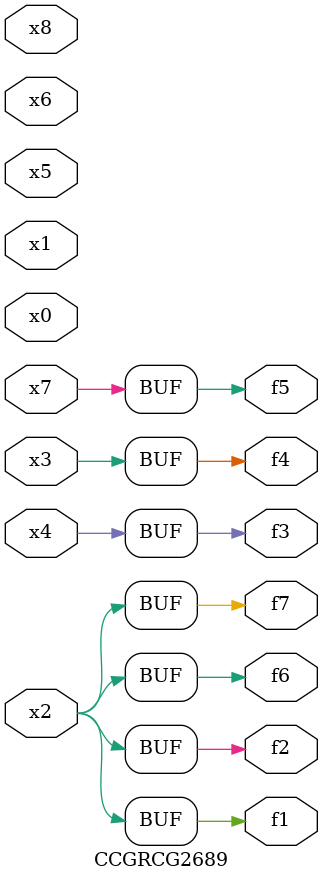
<source format=v>
module CCGRCG2689(
	input x0, x1, x2, x3, x4, x5, x6, x7, x8,
	output f1, f2, f3, f4, f5, f6, f7
);
	assign f1 = x2;
	assign f2 = x2;
	assign f3 = x4;
	assign f4 = x3;
	assign f5 = x7;
	assign f6 = x2;
	assign f7 = x2;
endmodule

</source>
